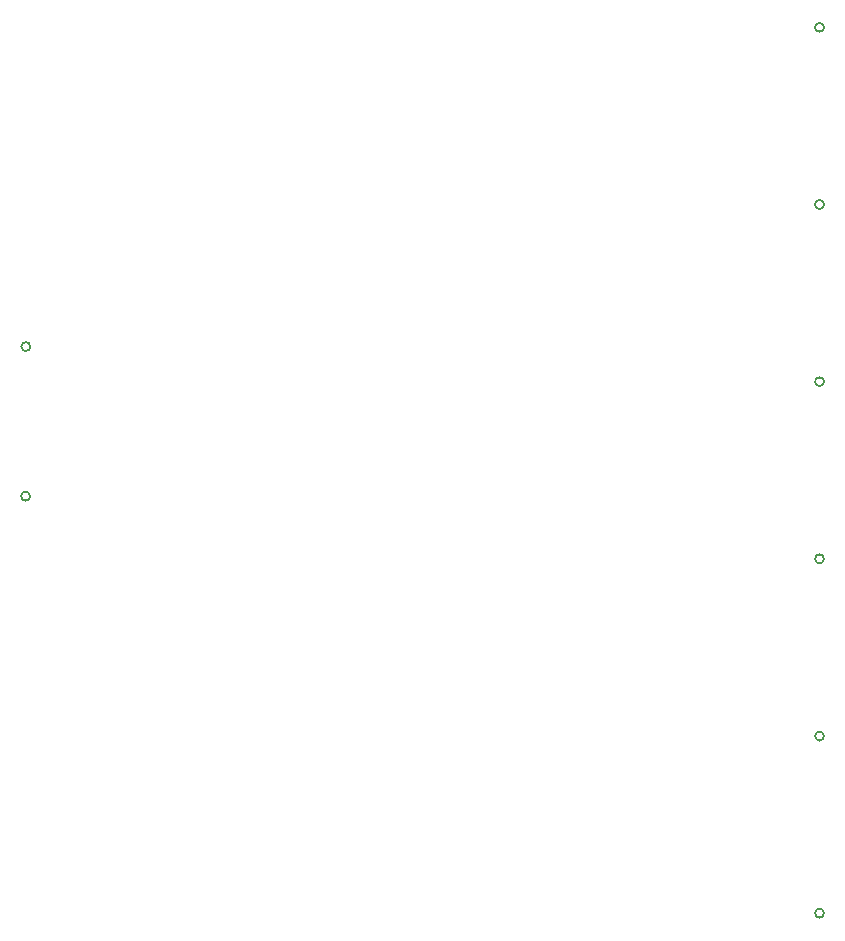
<source format=gbr>
G04 #@! TF.GenerationSoftware,KiCad,Pcbnew,(5.1.5)-3*
G04 #@! TF.CreationDate,2020-02-13T10:26:56+01:00*
G04 #@! TF.ProjectId,Studienarbeit,53747564-6965-46e6-9172-626569742e6b,rev?*
G04 #@! TF.SameCoordinates,Original*
G04 #@! TF.FileFunction,Legend,Bot*
G04 #@! TF.FilePolarity,Positive*
%FSLAX46Y46*%
G04 Gerber Fmt 4.6, Leading zero omitted, Abs format (unit mm)*
G04 Created by KiCad (PCBNEW (5.1.5)-3) date 2020-02-13 10:26:56*
%MOMM*%
%LPD*%
G04 APERTURE LIST*
%ADD10C,0.152400*%
G04 APERTURE END LIST*
D10*
X156156000Y-78894700D02*
G75*
G03X156156000Y-78894700I-381000J0D01*
G01*
X156181000Y-66219700D02*
G75*
G03X156181000Y-66219700I-381000J0D01*
G01*
X223381000Y-39194700D02*
G75*
G03X223381000Y-39194700I-381000J0D01*
G01*
X223381000Y-69194700D02*
G75*
G03X223381000Y-69194700I-381000J0D01*
G01*
X223381000Y-54194700D02*
G75*
G03X223381000Y-54194700I-381000J0D01*
G01*
X223381000Y-84194700D02*
G75*
G03X223381000Y-84194700I-381000J0D01*
G01*
X223381000Y-99194700D02*
G75*
G03X223381000Y-99194700I-381000J0D01*
G01*
X223381000Y-114194700D02*
G75*
G03X223381000Y-114194700I-381000J0D01*
G01*
M02*

</source>
